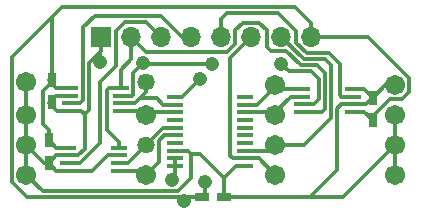
<source format=gbr>
G04 #@! TF.GenerationSoftware,KiCad,Pcbnew,(5.0.0)*
G04 #@! TF.CreationDate,2018-09-08T20:17:39+08:00*
G04 #@! TF.ProjectId,I2C-Extenion,4932432D457874656E696F6E2E6B6963,rev?*
G04 #@! TF.SameCoordinates,Original*
G04 #@! TF.FileFunction,Copper,L2,Bot,Signal*
G04 #@! TF.FilePolarity,Positive*
%FSLAX46Y46*%
G04 Gerber Fmt 4.6, Leading zero omitted, Abs format (unit mm)*
G04 Created by KiCad (PCBNEW (5.0.0)) date 09/08/18 20:17:39*
%MOMM*%
%LPD*%
G01*
G04 APERTURE LIST*
G04 #@! TA.AperFunction,ComponentPad*
%ADD10C,1.716000*%
G04 #@! TD*
G04 #@! TA.AperFunction,SMDPad,CuDef*
%ADD11R,1.200000X0.750000*%
G04 #@! TD*
G04 #@! TA.AperFunction,SMDPad,CuDef*
%ADD12R,0.750000X1.200000*%
G04 #@! TD*
G04 #@! TA.AperFunction,ComponentPad*
%ADD13O,1.700000X1.700000*%
G04 #@! TD*
G04 #@! TA.AperFunction,ComponentPad*
%ADD14R,1.700000X1.700000*%
G04 #@! TD*
G04 #@! TA.AperFunction,ComponentPad*
%ADD15C,1.462000*%
G04 #@! TD*
G04 #@! TA.AperFunction,SMDPad,CuDef*
%ADD16R,1.450000X0.450000*%
G04 #@! TD*
G04 #@! TA.AperFunction,SMDPad,CuDef*
%ADD17R,1.350000X0.400000*%
G04 #@! TD*
G04 #@! TA.AperFunction,ViaPad*
%ADD18C,1.208000*%
G04 #@! TD*
G04 #@! TA.AperFunction,Conductor*
%ADD19C,0.304800*%
G04 #@! TD*
G04 APERTURE END LIST*
D10*
G04 #@! TO.P,R3,2*
G04 #@! TO.N,Net-(R3-Pad2)*
X111125000Y-94234000D03*
G04 #@! TO.P,R3,1*
G04 #@! TO.N,+3V3*
X100965000Y-94234000D03*
G04 #@! TD*
D11*
G04 #@! TO.P,C1,1*
G04 #@! TO.N,+3V3*
X117729000Y-96139000D03*
G04 #@! TO.P,C1,2*
G04 #@! TO.N,GND*
X115829000Y-96139000D03*
G04 #@! TD*
D12*
G04 #@! TO.P,C2,2*
G04 #@! TO.N,GND*
X103124000Y-86172000D03*
G04 #@! TO.P,C2,1*
G04 #@! TO.N,+3V3*
X103124000Y-88072000D03*
G04 #@! TD*
G04 #@! TO.P,C3,1*
G04 #@! TO.N,+3V3*
X102870000Y-93218000D03*
G04 #@! TO.P,C3,2*
G04 #@! TO.N,GND*
X102870000Y-91318000D03*
G04 #@! TD*
G04 #@! TO.P,C4,2*
G04 #@! TO.N,GND*
X130302000Y-89596000D03*
G04 #@! TO.P,C4,1*
G04 #@! TO.N,+3V3*
X130302000Y-87696000D03*
G04 #@! TD*
D13*
G04 #@! TO.P,J1,8*
G04 #@! TO.N,GND*
X125095000Y-82550000D03*
G04 #@! TO.P,J1,7*
G04 #@! TO.N,I2C_SCL*
X122555000Y-82550000D03*
G04 #@! TO.P,J1,6*
G04 #@! TO.N,I2C_SDA*
X120015000Y-82550000D03*
G04 #@! TO.P,J1,5*
G04 #@! TO.N,4V-REF*
X117475000Y-82550000D03*
G04 #@! TO.P,J1,4*
G04 #@! TO.N,2V5-REF*
X114935000Y-82550000D03*
G04 #@! TO.P,J1,3*
G04 #@! TO.N,1V-REF*
X112395000Y-82550000D03*
G04 #@! TO.P,J1,2*
G04 #@! TO.N,5V-REF*
X109855000Y-82550000D03*
D14*
G04 #@! TO.P,J1,1*
G04 #@! TO.N,+3V3*
X107315000Y-82550000D03*
G04 #@! TD*
D10*
G04 #@! TO.P,R1,2*
G04 #@! TO.N,I2C_SDA*
X122047000Y-94234000D03*
G04 #@! TO.P,R1,1*
G04 #@! TO.N,+3V3*
X132207000Y-94234000D03*
G04 #@! TD*
G04 #@! TO.P,R2,1*
G04 #@! TO.N,+3V3*
X132207000Y-91694000D03*
G04 #@! TO.P,R2,2*
G04 #@! TO.N,I2C_SCL*
X122047000Y-91694000D03*
G04 #@! TD*
G04 #@! TO.P,R4,1*
G04 #@! TO.N,+3V3*
X100965000Y-91694000D03*
D15*
G04 #@! TO.P,R4,2*
G04 #@! TO.N,Net-(R4-Pad2)*
X111125000Y-91694000D03*
G04 #@! TD*
D10*
G04 #@! TO.P,R5,2*
G04 #@! TO.N,Net-(R5-Pad2)*
X111125000Y-89154000D03*
G04 #@! TO.P,R5,1*
G04 #@! TO.N,+3V3*
X100965000Y-89154000D03*
G04 #@! TD*
G04 #@! TO.P,R6,1*
G04 #@! TO.N,+3V3*
X100965000Y-86360000D03*
D15*
G04 #@! TO.P,R6,2*
G04 #@! TO.N,Net-(R6-Pad2)*
X111125000Y-86360000D03*
G04 #@! TD*
D10*
G04 #@! TO.P,R7,1*
G04 #@! TO.N,+3V3*
X132207000Y-86614000D03*
G04 #@! TO.P,R7,2*
G04 #@! TO.N,Net-(R7-Pad2)*
X122047000Y-86614000D03*
G04 #@! TD*
G04 #@! TO.P,R8,2*
G04 #@! TO.N,Net-(R8-Pad2)*
X122047000Y-89154000D03*
G04 #@! TO.P,R8,1*
G04 #@! TO.N,+3V3*
X132207000Y-89154000D03*
G04 #@! TD*
D16*
G04 #@! TO.P,U1,20*
G04 #@! TO.N,+3V3*
X119507000Y-93487000D03*
G04 #@! TO.P,U1,19*
G04 #@! TO.N,I2C_SDA*
X119507000Y-92837000D03*
G04 #@! TO.P,U1,18*
G04 #@! TO.N,I2C_SCL*
X119507000Y-92187000D03*
G04 #@! TO.P,U1,17*
G04 #@! TO.N,Net-(U1-Pad17)*
X119507000Y-91537000D03*
G04 #@! TO.P,U1,16*
G04 #@! TO.N,Net-(U1-Pad16)*
X119507000Y-90887000D03*
G04 #@! TO.P,U1,15*
G04 #@! TO.N,Net-(U1-Pad15)*
X119507000Y-90237000D03*
G04 #@! TO.P,U1,14*
G04 #@! TO.N,Net-(U1-Pad14)*
X119507000Y-89587000D03*
G04 #@! TO.P,U1,13*
G04 #@! TO.N,Net-(R8-Pad2)*
X119507000Y-88937000D03*
G04 #@! TO.P,U1,12*
G04 #@! TO.N,Net-(R7-Pad2)*
X119507000Y-88287000D03*
G04 #@! TO.P,U1,11*
G04 #@! TO.N,Net-(U1-Pad11)*
X119507000Y-87637000D03*
G04 #@! TO.P,U1,10*
G04 #@! TO.N,GND*
X113607000Y-87637000D03*
G04 #@! TO.P,U1,9*
G04 #@! TO.N,Net-(R6-Pad2)*
X113607000Y-88287000D03*
G04 #@! TO.P,U1,8*
G04 #@! TO.N,Net-(R5-Pad2)*
X113607000Y-88937000D03*
G04 #@! TO.P,U1,7*
G04 #@! TO.N,Net-(U1-Pad7)*
X113607000Y-89587000D03*
G04 #@! TO.P,U1,6*
G04 #@! TO.N,Net-(R4-Pad2)*
X113607000Y-90237000D03*
G04 #@! TO.P,U1,5*
G04 #@! TO.N,Net-(R3-Pad2)*
X113607000Y-90887000D03*
G04 #@! TO.P,U1,4*
G04 #@! TO.N,Net-(U1-Pad4)*
X113607000Y-91537000D03*
G04 #@! TO.P,U1,3*
G04 #@! TO.N,+3V3*
X113607000Y-92187000D03*
G04 #@! TO.P,U1,2*
G04 #@! TO.N,GND*
X113607000Y-92837000D03*
G04 #@! TO.P,U1,1*
X113607000Y-93487000D03*
G04 #@! TD*
D17*
G04 #@! TO.P,U2,8*
G04 #@! TO.N,GND*
X104539000Y-91918000D03*
G04 #@! TO.P,U2,7*
G04 #@! TO.N,+3V3*
X104539000Y-92568000D03*
G04 #@! TO.P,U2,6*
G04 #@! TO.N,1V-REF*
X104539000Y-93218000D03*
G04 #@! TO.P,U2,5*
G04 #@! TO.N,+3V3*
X104539000Y-93868000D03*
G04 #@! TO.P,U2,4*
G04 #@! TO.N,Net-(R3-Pad2)*
X108839000Y-93868000D03*
G04 #@! TO.P,U2,3*
G04 #@! TO.N,Net-(R4-Pad2)*
X108839000Y-93218000D03*
G04 #@! TO.P,U2,2*
G04 #@! TO.N,+3V3*
X108839000Y-92568000D03*
G04 #@! TO.P,U2,1*
G04 #@! TO.N,5V-REF*
X108839000Y-91918000D03*
G04 #@! TD*
G04 #@! TO.P,U3,8*
G04 #@! TO.N,GND*
X104657000Y-86868000D03*
G04 #@! TO.P,U3,7*
G04 #@! TO.N,+3V3*
X104657000Y-87518000D03*
G04 #@! TO.P,U3,6*
G04 #@! TO.N,2V5-REF*
X104657000Y-88168000D03*
G04 #@! TO.P,U3,5*
G04 #@! TO.N,+3V3*
X104657000Y-88818000D03*
G04 #@! TO.P,U3,4*
G04 #@! TO.N,Net-(R5-Pad2)*
X108957000Y-88818000D03*
G04 #@! TO.P,U3,3*
G04 #@! TO.N,Net-(R6-Pad2)*
X108957000Y-88168000D03*
G04 #@! TO.P,U3,2*
G04 #@! TO.N,+3V3*
X108957000Y-87518000D03*
G04 #@! TO.P,U3,1*
G04 #@! TO.N,5V-REF*
X108957000Y-86868000D03*
G04 #@! TD*
G04 #@! TO.P,U4,1*
G04 #@! TO.N,5V-REF*
X124342000Y-88900000D03*
G04 #@! TO.P,U4,2*
G04 #@! TO.N,+3V3*
X124342000Y-88250000D03*
G04 #@! TO.P,U4,3*
G04 #@! TO.N,Net-(R8-Pad2)*
X124342000Y-87600000D03*
G04 #@! TO.P,U4,4*
G04 #@! TO.N,Net-(R7-Pad2)*
X124342000Y-86950000D03*
G04 #@! TO.P,U4,5*
G04 #@! TO.N,+3V3*
X128642000Y-86950000D03*
G04 #@! TO.P,U4,6*
G04 #@! TO.N,4V-REF*
X128642000Y-87600000D03*
G04 #@! TO.P,U4,7*
G04 #@! TO.N,+3V3*
X128642000Y-88250000D03*
G04 #@! TO.P,U4,8*
G04 #@! TO.N,GND*
X128642000Y-88900000D03*
G04 #@! TD*
D18*
G04 #@! TO.N,+3V3*
X110862257Y-84739602D03*
X107188000Y-84709000D03*
X122555000Y-84836000D03*
X116713000Y-84836000D03*
G04 #@! TO.N,GND*
X113284000Y-94674600D03*
X114322516Y-96426774D03*
X115697000Y-86106000D03*
X116078000Y-94869000D03*
G04 #@! TD*
D19*
G04 #@! TO.N,+3V3*
X100965000Y-94234000D02*
X100965000Y-91694000D01*
X100965000Y-86614000D02*
X100965000Y-89154000D01*
X103520000Y-93868000D02*
X102870000Y-93218000D01*
X104539000Y-93868000D02*
X103520000Y-93868000D01*
X103520000Y-92568000D02*
X102870000Y-93218000D01*
X104539000Y-92568000D02*
X103520000Y-92568000D01*
X103485000Y-87518000D02*
X102870000Y-88133000D01*
X104657000Y-87518000D02*
X103485000Y-87518000D01*
X103555000Y-88818000D02*
X102870000Y-88133000D01*
X104657000Y-88818000D02*
X103555000Y-88818000D01*
X129556000Y-86950000D02*
X130302000Y-87696000D01*
X128642000Y-86950000D02*
X129556000Y-86950000D01*
X129748000Y-88250000D02*
X130302000Y-87696000D01*
X128642000Y-88250000D02*
X129748000Y-88250000D01*
X132207000Y-94234000D02*
X132207000Y-91694000D01*
X132207000Y-91694000D02*
X132207000Y-89154000D01*
X127762000Y-96139000D02*
X132207000Y-91694000D01*
X105636800Y-88818000D02*
X105918000Y-89099200D01*
X104657000Y-88818000D02*
X105636800Y-88818000D01*
X105398322Y-92568000D02*
X104539000Y-92568000D01*
X105918000Y-92048322D02*
X105398322Y-92568000D01*
X105918000Y-89099200D02*
X105918000Y-92048322D01*
X102489000Y-93218000D02*
X100965000Y-91694000D01*
X102870000Y-93218000D02*
X102489000Y-93218000D01*
X100965000Y-91694000D02*
X100965000Y-89154000D01*
X105518800Y-93868000D02*
X104539000Y-93868000D01*
X106559200Y-93868000D02*
X105518800Y-93868000D01*
X107859200Y-92568000D02*
X106559200Y-93868000D01*
X108839000Y-92568000D02*
X107859200Y-92568000D01*
X106295810Y-88721390D02*
X105918000Y-89099200D01*
X106295810Y-84723990D02*
X106295810Y-88721390D01*
X107315000Y-83704800D02*
X106295810Y-84723990D01*
X107315000Y-82550000D02*
X107315000Y-83704800D01*
X114636800Y-92187000D02*
X113607000Y-92187000D01*
X114935000Y-92485200D02*
X114636800Y-92187000D01*
X114935000Y-94488000D02*
X114935000Y-92485200D01*
X113792000Y-95631000D02*
X114935000Y-94488000D01*
X100965000Y-94234000D02*
X102362000Y-95631000D01*
X102362000Y-95631000D02*
X113792000Y-95631000D01*
X117729000Y-94765000D02*
X117729000Y-94996000D01*
X117729000Y-96139000D02*
X117729000Y-94996000D01*
X117729000Y-94488000D02*
X117729000Y-94765000D01*
X118760000Y-93487000D02*
X119507000Y-93487000D01*
X117729000Y-94488000D02*
X118745000Y-93472000D01*
X118745000Y-93472000D02*
X118760000Y-93487000D01*
X115726200Y-92485200D02*
X117729000Y-94488000D01*
X114935000Y-92485200D02*
X115726200Y-92485200D01*
X109984401Y-85617458D02*
X110862257Y-84739602D01*
X109984401Y-87470399D02*
X109984401Y-85617458D01*
X108957000Y-87518000D02*
X109936800Y-87518000D01*
X109936800Y-87518000D02*
X109984401Y-87470399D01*
X107188000Y-83831800D02*
X107315000Y-83704800D01*
X107188000Y-84709000D02*
X107188000Y-83831800D01*
X131384000Y-86614000D02*
X130302000Y-87696000D01*
X132207000Y-86614000D02*
X131384000Y-86614000D01*
X128642000Y-88250000D02*
X127662200Y-88250000D01*
X127127000Y-93980000D02*
X124968000Y-96139000D01*
X117729000Y-96139000D02*
X124968000Y-96139000D01*
X124968000Y-96139000D02*
X127762000Y-96139000D01*
X127266200Y-93840800D02*
X127127000Y-93980000D01*
X127266200Y-88646000D02*
X127266200Y-93840800D01*
X127662200Y-88250000D02*
X127266200Y-88646000D01*
X125321800Y-88250000D02*
X125730000Y-87841800D01*
X124342000Y-88250000D02*
X125321800Y-88250000D01*
X125730000Y-87841800D02*
X125730000Y-86106000D01*
X125730000Y-86106000D02*
X125095000Y-85471000D01*
X125095000Y-85471000D02*
X123190000Y-85471000D01*
X123190000Y-85471000D02*
X122555000Y-84836000D01*
X110958655Y-84836000D02*
X110862257Y-84739602D01*
X116713000Y-84836000D02*
X110958655Y-84836000D01*
G04 #@! TO.N,GND*
X103470000Y-91918000D02*
X102870000Y-91318000D01*
X104539000Y-91918000D02*
X103470000Y-91918000D01*
X103505000Y-86868000D02*
X102870000Y-86233000D01*
X104657000Y-86868000D02*
X103505000Y-86868000D01*
X129606000Y-88900000D02*
X130302000Y-89596000D01*
X128642000Y-88900000D02*
X129606000Y-88900000D01*
X125095000Y-81347919D02*
X123757081Y-80010000D01*
X125095000Y-82550000D02*
X125095000Y-81347919D01*
X123757081Y-80010000D02*
X106806769Y-80010000D01*
X103124000Y-86397000D02*
X103124000Y-86172000D01*
X102365191Y-87155809D02*
X103124000Y-86397000D01*
X102365191Y-89908391D02*
X102365191Y-87155809D01*
X102870000Y-90413200D02*
X102365191Y-89908391D01*
X102870000Y-91318000D02*
X102870000Y-90413200D01*
X113607000Y-93487000D02*
X113607000Y-92837000D01*
X99754599Y-94814993D02*
X99754599Y-86033007D01*
X101078606Y-96139000D02*
X99754599Y-94814993D01*
X113607000Y-93487000D02*
X113607000Y-94351600D01*
X113607000Y-94351600D02*
X113284000Y-94674600D01*
X114610290Y-96139000D02*
X114935000Y-96139000D01*
X114322516Y-96426774D02*
X114610290Y-96139000D01*
X115829000Y-96139000D02*
X114935000Y-96139000D01*
X114935000Y-96139000D02*
X101078606Y-96139000D01*
X113607000Y-87637000D02*
X114166000Y-87637000D01*
X114166000Y-87637000D02*
X115697000Y-86106000D01*
X116078000Y-95890000D02*
X115829000Y-96139000D01*
X116078000Y-94869000D02*
X116078000Y-95890000D01*
X99754599Y-86033007D02*
X99754599Y-84268401D01*
X104013000Y-80010000D02*
X106806769Y-80010000D01*
X103124000Y-85267200D02*
X103124000Y-80899000D01*
X103124000Y-86172000D02*
X103124000Y-85267200D01*
X99754599Y-84268401D02*
X103124000Y-80899000D01*
X103124000Y-80899000D02*
X104013000Y-80010000D01*
X126297081Y-82550000D02*
X125095000Y-82550000D01*
X129934394Y-82550000D02*
X126297081Y-82550000D01*
X130302000Y-89596000D02*
X130302000Y-89281000D01*
X130302000Y-89281000D02*
X131758599Y-87824401D01*
X131758599Y-87824401D02*
X132787993Y-87824401D01*
X132787993Y-87824401D02*
X133417401Y-87194993D01*
X133417401Y-87194993D02*
X133417401Y-86033007D01*
X133417401Y-86033007D02*
X129934394Y-82550000D01*
G04 #@! TO.N,I2C_SCL*
X121554000Y-92187000D02*
X122047000Y-91694000D01*
X119507000Y-92187000D02*
X121554000Y-92187000D01*
X122047000Y-91694000D02*
X124460000Y-91694000D01*
X124460000Y-91694000D02*
X126761390Y-89392610D01*
X124460000Y-84455000D02*
X122555000Y-82550000D01*
X126761390Y-89392610D02*
X126746000Y-89377220D01*
X126746000Y-89377220D02*
X126746000Y-84963000D01*
X126746000Y-84963000D02*
X126238000Y-84455000D01*
X126238000Y-84455000D02*
X124460000Y-84455000D01*
G04 #@! TO.N,I2C_SDA*
X120650000Y-92837000D02*
X122047000Y-94234000D01*
X119507000Y-92837000D02*
X120650000Y-92837000D01*
X118237000Y-92596800D02*
X118237000Y-84328000D01*
X118477200Y-92837000D02*
X118237000Y-92596800D01*
X119507000Y-92837000D02*
X118477200Y-92837000D01*
X118237000Y-84328000D02*
X120015000Y-82550000D01*
G04 #@! TO.N,4V-REF*
X117475000Y-81026000D02*
X117475000Y-82550000D01*
X117983000Y-80518000D02*
X117475000Y-81026000D01*
X122302554Y-80518000D02*
X117983000Y-80518000D01*
X123825000Y-82040446D02*
X122302554Y-80518000D01*
X123825000Y-83058000D02*
X123825000Y-82040446D01*
X128642000Y-87600000D02*
X127635000Y-87600000D01*
X127635000Y-87600000D02*
X127508000Y-87473000D01*
X127508000Y-87473000D02*
X127508000Y-84836000D01*
X127508000Y-84836000D02*
X126619000Y-83947000D01*
X126619000Y-83947000D02*
X124714000Y-83947000D01*
X124714000Y-83947000D02*
X123825000Y-83058000D01*
G04 #@! TO.N,2V5-REF*
X104657000Y-88168000D02*
X105516322Y-88168000D01*
X105791000Y-81739678D02*
X105791000Y-87893322D01*
X106755488Y-80775190D02*
X105791000Y-81739678D01*
X112399744Y-80775190D02*
X106755488Y-80775190D01*
X114174554Y-82550000D02*
X112399744Y-80775190D01*
X114935000Y-82550000D02*
X114174554Y-82550000D01*
X105516322Y-88168000D02*
X105791000Y-87893322D01*
G04 #@! TO.N,1V-REF*
X105518800Y-93218000D02*
X107188000Y-91548800D01*
X104539000Y-93218000D02*
X105518800Y-93218000D01*
X112395000Y-82550000D02*
X111125000Y-81280000D01*
X109345446Y-81280000D02*
X108585000Y-82040446D01*
X111125000Y-81280000D02*
X109345446Y-81280000D01*
X107188000Y-86408091D02*
X107188000Y-86614000D01*
X108585000Y-85011091D02*
X107188000Y-86408091D01*
X108585000Y-82040446D02*
X108585000Y-85011091D01*
X107188000Y-91548800D02*
X107188000Y-86614000D01*
G04 #@! TO.N,5V-REF*
X108957000Y-86868000D02*
X108957000Y-85353000D01*
X109855000Y-84455000D02*
X109855000Y-82550000D01*
X108957000Y-85353000D02*
X109855000Y-84455000D01*
X108839000Y-91413200D02*
X107823000Y-90397200D01*
X108839000Y-91918000D02*
X108839000Y-91413200D01*
X107977200Y-86868000D02*
X108957000Y-86868000D01*
X107823000Y-87022200D02*
X107977200Y-86868000D01*
X107823000Y-90397200D02*
X107823000Y-87022200D01*
X111125000Y-83820000D02*
X109855000Y-82550000D01*
X125603000Y-84963000D02*
X124206000Y-84963000D01*
X126238000Y-85598000D02*
X125603000Y-84963000D01*
X126238000Y-88639620D02*
X126238000Y-85598000D01*
X126241190Y-88642810D02*
X126238000Y-88639620D01*
X125984000Y-88900000D02*
X126241190Y-88642810D01*
X124342000Y-88900000D02*
X125984000Y-88900000D01*
X124206000Y-84963000D02*
X122995401Y-83752401D01*
X122995401Y-83752401D02*
X121725401Y-83752401D01*
X121725401Y-83752401D02*
X121352599Y-83379599D01*
X121352599Y-83379599D02*
X121352599Y-81982599D01*
X121352599Y-81982599D02*
X120717599Y-81347599D01*
X117984554Y-83820000D02*
X111125000Y-83820000D01*
X120717599Y-81347599D02*
X119312401Y-81347599D01*
X119312401Y-81347599D02*
X118677401Y-81982599D01*
X118677401Y-81982599D02*
X118677401Y-83127153D01*
X118677401Y-83127153D02*
X117984554Y-83820000D01*
G04 #@! TO.N,Net-(R3-Pad2)*
X110759000Y-93868000D02*
X111125000Y-94234000D01*
X108839000Y-93868000D02*
X110759000Y-93868000D01*
X111982999Y-93376001D02*
X111125000Y-94234000D01*
X112208401Y-93150599D02*
X111982999Y-93376001D01*
X112208401Y-91351277D02*
X112208401Y-93150599D01*
X112672678Y-90887000D02*
X112208401Y-91351277D01*
X113607000Y-90887000D02*
X112672678Y-90887000D01*
G04 #@! TO.N,Net-(R4-Pad2)*
X111125000Y-91689200D02*
X111125000Y-91694000D01*
X112577200Y-90237000D02*
X111125000Y-91689200D01*
X113607000Y-90237000D02*
X112577200Y-90237000D01*
X109601000Y-93218000D02*
X111125000Y-91694000D01*
X108839000Y-93218000D02*
X109601000Y-93218000D01*
G04 #@! TO.N,Net-(R5-Pad2)*
X111342000Y-88937000D02*
X111125000Y-89154000D01*
X113607000Y-88937000D02*
X111342000Y-88937000D01*
X110789000Y-88818000D02*
X111125000Y-89154000D01*
X108957000Y-88818000D02*
X110789000Y-88818000D01*
G04 #@! TO.N,Net-(R6-Pad2)*
X113607000Y-88287000D02*
X112577200Y-88287000D01*
X108957000Y-88168000D02*
X109728000Y-88168000D01*
X109728000Y-88168000D02*
X110206000Y-88168000D01*
X111125000Y-87249000D02*
X111125000Y-86360000D01*
X110617000Y-87757000D02*
X112047200Y-87757000D01*
X112577200Y-88287000D02*
X112047200Y-87757000D01*
X110617000Y-87757000D02*
X111125000Y-87249000D01*
X110206000Y-88168000D02*
X110617000Y-87757000D01*
G04 #@! TO.N,Net-(R7-Pad2)*
X122047000Y-86776800D02*
X122047000Y-86614000D01*
X120536800Y-88287000D02*
X122047000Y-86776800D01*
X119507000Y-88287000D02*
X120536800Y-88287000D01*
X122383000Y-86950000D02*
X122047000Y-86614000D01*
X124342000Y-86950000D02*
X122383000Y-86950000D01*
G04 #@! TO.N,Net-(R8-Pad2)*
X121830000Y-88937000D02*
X122047000Y-89154000D01*
X119507000Y-88937000D02*
X121830000Y-88937000D01*
X122047000Y-88915200D02*
X122047000Y-89154000D01*
X123362200Y-87600000D02*
X122047000Y-88915200D01*
X124342000Y-87600000D02*
X123362200Y-87600000D01*
G04 #@! TD*
M02*

</source>
